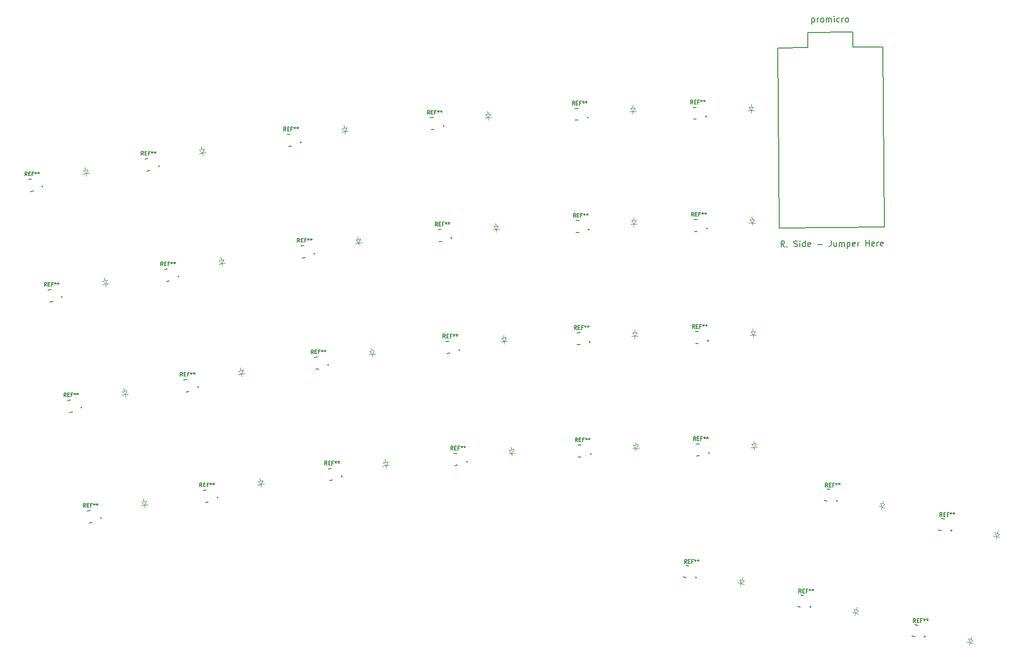
<source format=gbr>
%TF.GenerationSoftware,KiCad,Pcbnew,7.0.10-7.0.10~ubuntu22.04.1*%
%TF.CreationDate,2024-03-04T12:43:43-07:00*%
%TF.ProjectId,boardPcb,626f6172-6450-4636-922e-6b696361645f,v1.0.0*%
%TF.SameCoordinates,Original*%
%TF.FileFunction,Legend,Top*%
%TF.FilePolarity,Positive*%
%FSLAX46Y46*%
G04 Gerber Fmt 4.6, Leading zero omitted, Abs format (unit mm)*
G04 Created by KiCad (PCBNEW 7.0.10-7.0.10~ubuntu22.04.1) date 2024-03-04 12:43:43*
%MOMM*%
%LPD*%
G01*
G04 APERTURE LIST*
%ADD10C,0.150000*%
%ADD11C,0.100000*%
%ADD12C,0.127000*%
%ADD13C,0.200000*%
G04 APERTURE END LIST*
D10*
X254247588Y-196134442D02*
X254034254Y-195829680D01*
X253881873Y-196134442D02*
X253881873Y-195494442D01*
X253881873Y-195494442D02*
X254125683Y-195494442D01*
X254125683Y-195494442D02*
X254186635Y-195524918D01*
X254186635Y-195524918D02*
X254217112Y-195555394D01*
X254217112Y-195555394D02*
X254247588Y-195616346D01*
X254247588Y-195616346D02*
X254247588Y-195707775D01*
X254247588Y-195707775D02*
X254217112Y-195768727D01*
X254217112Y-195768727D02*
X254186635Y-195799204D01*
X254186635Y-195799204D02*
X254125683Y-195829680D01*
X254125683Y-195829680D02*
X253881873Y-195829680D01*
X254521873Y-195799204D02*
X254735207Y-195799204D01*
X254826635Y-196134442D02*
X254521873Y-196134442D01*
X254521873Y-196134442D02*
X254521873Y-195494442D01*
X254521873Y-195494442D02*
X254826635Y-195494442D01*
X255314255Y-195799204D02*
X255100921Y-195799204D01*
X255100921Y-196134442D02*
X255100921Y-195494442D01*
X255100921Y-195494442D02*
X255405683Y-195494442D01*
X255740921Y-195494442D02*
X255740921Y-195646823D01*
X255588540Y-195585870D02*
X255740921Y-195646823D01*
X255740921Y-195646823D02*
X255893302Y-195585870D01*
X255649492Y-195768727D02*
X255740921Y-195646823D01*
X255740921Y-195646823D02*
X255832350Y-195768727D01*
X256228540Y-195494442D02*
X256228540Y-195646823D01*
X256076159Y-195585870D02*
X256228540Y-195646823D01*
X256228540Y-195646823D02*
X256380921Y-195585870D01*
X256137111Y-195768727D02*
X256228540Y-195646823D01*
X256228540Y-195646823D02*
X256319969Y-195768727D01*
X129885992Y-162893499D02*
X129672658Y-162588737D01*
X129520277Y-162893499D02*
X129520277Y-162253499D01*
X129520277Y-162253499D02*
X129764087Y-162253499D01*
X129764087Y-162253499D02*
X129825039Y-162283975D01*
X129825039Y-162283975D02*
X129855516Y-162314451D01*
X129855516Y-162314451D02*
X129885992Y-162375403D01*
X129885992Y-162375403D02*
X129885992Y-162466832D01*
X129885992Y-162466832D02*
X129855516Y-162527784D01*
X129855516Y-162527784D02*
X129825039Y-162558261D01*
X129825039Y-162558261D02*
X129764087Y-162588737D01*
X129764087Y-162588737D02*
X129520277Y-162588737D01*
X130160277Y-162558261D02*
X130373611Y-162558261D01*
X130465039Y-162893499D02*
X130160277Y-162893499D01*
X130160277Y-162893499D02*
X130160277Y-162253499D01*
X130160277Y-162253499D02*
X130465039Y-162253499D01*
X130952659Y-162558261D02*
X130739325Y-162558261D01*
X130739325Y-162893499D02*
X130739325Y-162253499D01*
X130739325Y-162253499D02*
X131044087Y-162253499D01*
X131379325Y-162253499D02*
X131379325Y-162405880D01*
X131226944Y-162344927D02*
X131379325Y-162405880D01*
X131379325Y-162405880D02*
X131531706Y-162344927D01*
X131287896Y-162527784D02*
X131379325Y-162405880D01*
X131379325Y-162405880D02*
X131470754Y-162527784D01*
X131866944Y-162253499D02*
X131866944Y-162405880D01*
X131714563Y-162344927D02*
X131866944Y-162405880D01*
X131866944Y-162405880D02*
X132019325Y-162344927D01*
X131775515Y-162527784D02*
X131866944Y-162405880D01*
X131866944Y-162405880D02*
X131958373Y-162527784D01*
X169408803Y-136751003D02*
X169195469Y-136446241D01*
X169043088Y-136751003D02*
X169043088Y-136111003D01*
X169043088Y-136111003D02*
X169286898Y-136111003D01*
X169286898Y-136111003D02*
X169347850Y-136141479D01*
X169347850Y-136141479D02*
X169378327Y-136171955D01*
X169378327Y-136171955D02*
X169408803Y-136232907D01*
X169408803Y-136232907D02*
X169408803Y-136324336D01*
X169408803Y-136324336D02*
X169378327Y-136385288D01*
X169378327Y-136385288D02*
X169347850Y-136415765D01*
X169347850Y-136415765D02*
X169286898Y-136446241D01*
X169286898Y-136446241D02*
X169043088Y-136446241D01*
X169683088Y-136415765D02*
X169896422Y-136415765D01*
X169987850Y-136751003D02*
X169683088Y-136751003D01*
X169683088Y-136751003D02*
X169683088Y-136111003D01*
X169683088Y-136111003D02*
X169987850Y-136111003D01*
X170475470Y-136415765D02*
X170262136Y-136415765D01*
X170262136Y-136751003D02*
X170262136Y-136111003D01*
X170262136Y-136111003D02*
X170566898Y-136111003D01*
X170902136Y-136111003D02*
X170902136Y-136263384D01*
X170749755Y-136202431D02*
X170902136Y-136263384D01*
X170902136Y-136263384D02*
X171054517Y-136202431D01*
X170810707Y-136385288D02*
X170902136Y-136263384D01*
X170902136Y-136263384D02*
X170993565Y-136385288D01*
X171389755Y-136111003D02*
X171389755Y-136263384D01*
X171237374Y-136202431D02*
X171389755Y-136263384D01*
X171389755Y-136263384D02*
X171542136Y-136202431D01*
X171298326Y-136385288D02*
X171389755Y-136263384D01*
X171389755Y-136263384D02*
X171481184Y-136385288D01*
X152881462Y-178131883D02*
X152668128Y-177827121D01*
X152515747Y-178131883D02*
X152515747Y-177491883D01*
X152515747Y-177491883D02*
X152759557Y-177491883D01*
X152759557Y-177491883D02*
X152820509Y-177522359D01*
X152820509Y-177522359D02*
X152850986Y-177552835D01*
X152850986Y-177552835D02*
X152881462Y-177613787D01*
X152881462Y-177613787D02*
X152881462Y-177705216D01*
X152881462Y-177705216D02*
X152850986Y-177766168D01*
X152850986Y-177766168D02*
X152820509Y-177796645D01*
X152820509Y-177796645D02*
X152759557Y-177827121D01*
X152759557Y-177827121D02*
X152515747Y-177827121D01*
X153155747Y-177796645D02*
X153369081Y-177796645D01*
X153460509Y-178131883D02*
X153155747Y-178131883D01*
X153155747Y-178131883D02*
X153155747Y-177491883D01*
X153155747Y-177491883D02*
X153460509Y-177491883D01*
X153948129Y-177796645D02*
X153734795Y-177796645D01*
X153734795Y-178131883D02*
X153734795Y-177491883D01*
X153734795Y-177491883D02*
X154039557Y-177491883D01*
X154374795Y-177491883D02*
X154374795Y-177644264D01*
X154222414Y-177583311D02*
X154374795Y-177644264D01*
X154374795Y-177644264D02*
X154527176Y-177583311D01*
X154283366Y-177766168D02*
X154374795Y-177644264D01*
X154374795Y-177644264D02*
X154466224Y-177766168D01*
X154862414Y-177491883D02*
X154862414Y-177644264D01*
X154710033Y-177583311D02*
X154862414Y-177644264D01*
X154862414Y-177644264D02*
X155014795Y-177583311D01*
X154770985Y-177766168D02*
X154862414Y-177644264D01*
X154862414Y-177644264D02*
X154953843Y-177766168D01*
X215924545Y-113511038D02*
X215711211Y-113206276D01*
X215558830Y-113511038D02*
X215558830Y-112871038D01*
X215558830Y-112871038D02*
X215802640Y-112871038D01*
X215802640Y-112871038D02*
X215863592Y-112901514D01*
X215863592Y-112901514D02*
X215894069Y-112931990D01*
X215894069Y-112931990D02*
X215924545Y-112992942D01*
X215924545Y-112992942D02*
X215924545Y-113084371D01*
X215924545Y-113084371D02*
X215894069Y-113145323D01*
X215894069Y-113145323D02*
X215863592Y-113175800D01*
X215863592Y-113175800D02*
X215802640Y-113206276D01*
X215802640Y-113206276D02*
X215558830Y-113206276D01*
X216198830Y-113175800D02*
X216412164Y-113175800D01*
X216503592Y-113511038D02*
X216198830Y-113511038D01*
X216198830Y-113511038D02*
X216198830Y-112871038D01*
X216198830Y-112871038D02*
X216503592Y-112871038D01*
X216991212Y-113175800D02*
X216777878Y-113175800D01*
X216777878Y-113511038D02*
X216777878Y-112871038D01*
X216777878Y-112871038D02*
X217082640Y-112871038D01*
X217417878Y-112871038D02*
X217417878Y-113023419D01*
X217265497Y-112962466D02*
X217417878Y-113023419D01*
X217417878Y-113023419D02*
X217570259Y-112962466D01*
X217326449Y-113145323D02*
X217417878Y-113023419D01*
X217417878Y-113023419D02*
X217509307Y-113145323D01*
X217905497Y-112871038D02*
X217905497Y-113023419D01*
X217753116Y-112962466D02*
X217905497Y-113023419D01*
X217905497Y-113023419D02*
X218057878Y-112962466D01*
X217814068Y-113145323D02*
X217905497Y-113023419D01*
X217905497Y-113023419D02*
X217996926Y-113145323D01*
X216256153Y-151509591D02*
X216042819Y-151204829D01*
X215890438Y-151509591D02*
X215890438Y-150869591D01*
X215890438Y-150869591D02*
X216134248Y-150869591D01*
X216134248Y-150869591D02*
X216195200Y-150900067D01*
X216195200Y-150900067D02*
X216225677Y-150930543D01*
X216225677Y-150930543D02*
X216256153Y-150991495D01*
X216256153Y-150991495D02*
X216256153Y-151082924D01*
X216256153Y-151082924D02*
X216225677Y-151143876D01*
X216225677Y-151143876D02*
X216195200Y-151174353D01*
X216195200Y-151174353D02*
X216134248Y-151204829D01*
X216134248Y-151204829D02*
X215890438Y-151204829D01*
X216530438Y-151174353D02*
X216743772Y-151174353D01*
X216835200Y-151509591D02*
X216530438Y-151509591D01*
X216530438Y-151509591D02*
X216530438Y-150869591D01*
X216530438Y-150869591D02*
X216835200Y-150869591D01*
X217322820Y-151174353D02*
X217109486Y-151174353D01*
X217109486Y-151509591D02*
X217109486Y-150869591D01*
X217109486Y-150869591D02*
X217414248Y-150869591D01*
X217749486Y-150869591D02*
X217749486Y-151021972D01*
X217597105Y-150961019D02*
X217749486Y-151021972D01*
X217749486Y-151021972D02*
X217901867Y-150961019D01*
X217658057Y-151143876D02*
X217749486Y-151021972D01*
X217749486Y-151021972D02*
X217840915Y-151143876D01*
X218237105Y-150869591D02*
X218237105Y-151021972D01*
X218084724Y-150961019D02*
X218237105Y-151021972D01*
X218237105Y-151021972D02*
X218389486Y-150961019D01*
X218145676Y-151143876D02*
X218237105Y-151021972D01*
X218237105Y-151021972D02*
X218328534Y-151143876D01*
X123287361Y-125470805D02*
X123074027Y-125166043D01*
X122921646Y-125470805D02*
X122921646Y-124830805D01*
X122921646Y-124830805D02*
X123165456Y-124830805D01*
X123165456Y-124830805D02*
X123226408Y-124861281D01*
X123226408Y-124861281D02*
X123256885Y-124891757D01*
X123256885Y-124891757D02*
X123287361Y-124952709D01*
X123287361Y-124952709D02*
X123287361Y-125044138D01*
X123287361Y-125044138D02*
X123256885Y-125105090D01*
X123256885Y-125105090D02*
X123226408Y-125135567D01*
X123226408Y-125135567D02*
X123165456Y-125166043D01*
X123165456Y-125166043D02*
X122921646Y-125166043D01*
X123561646Y-125135567D02*
X123774980Y-125135567D01*
X123866408Y-125470805D02*
X123561646Y-125470805D01*
X123561646Y-125470805D02*
X123561646Y-124830805D01*
X123561646Y-124830805D02*
X123866408Y-124830805D01*
X124354028Y-125135567D02*
X124140694Y-125135567D01*
X124140694Y-125470805D02*
X124140694Y-124830805D01*
X124140694Y-124830805D02*
X124445456Y-124830805D01*
X124780694Y-124830805D02*
X124780694Y-124983186D01*
X124628313Y-124922233D02*
X124780694Y-124983186D01*
X124780694Y-124983186D02*
X124933075Y-124922233D01*
X124689265Y-125105090D02*
X124780694Y-124983186D01*
X124780694Y-124983186D02*
X124872123Y-125105090D01*
X125268313Y-124830805D02*
X125268313Y-124983186D01*
X125115932Y-124922233D02*
X125268313Y-124983186D01*
X125268313Y-124983186D02*
X125420694Y-124922233D01*
X125176884Y-125105090D02*
X125268313Y-124983186D01*
X125268313Y-124983186D02*
X125359742Y-125105090D01*
X191384863Y-115054845D02*
X191171529Y-114750083D01*
X191019148Y-115054845D02*
X191019148Y-114414845D01*
X191019148Y-114414845D02*
X191262958Y-114414845D01*
X191262958Y-114414845D02*
X191323910Y-114445321D01*
X191323910Y-114445321D02*
X191354387Y-114475797D01*
X191354387Y-114475797D02*
X191384863Y-114536749D01*
X191384863Y-114536749D02*
X191384863Y-114628178D01*
X191384863Y-114628178D02*
X191354387Y-114689130D01*
X191354387Y-114689130D02*
X191323910Y-114719607D01*
X191323910Y-114719607D02*
X191262958Y-114750083D01*
X191262958Y-114750083D02*
X191019148Y-114750083D01*
X191659148Y-114719607D02*
X191872482Y-114719607D01*
X191963910Y-115054845D02*
X191659148Y-115054845D01*
X191659148Y-115054845D02*
X191659148Y-114414845D01*
X191659148Y-114414845D02*
X191963910Y-114414845D01*
X192451530Y-114719607D02*
X192238196Y-114719607D01*
X192238196Y-115054845D02*
X192238196Y-114414845D01*
X192238196Y-114414845D02*
X192542958Y-114414845D01*
X192878196Y-114414845D02*
X192878196Y-114567226D01*
X192725815Y-114506273D02*
X192878196Y-114567226D01*
X192878196Y-114567226D02*
X193030577Y-114506273D01*
X192786767Y-114689130D02*
X192878196Y-114567226D01*
X192878196Y-114567226D02*
X192969625Y-114689130D01*
X193365815Y-114414845D02*
X193365815Y-114567226D01*
X193213434Y-114506273D02*
X193365815Y-114567226D01*
X193365815Y-114567226D02*
X193518196Y-114506273D01*
X193274386Y-114689130D02*
X193365815Y-114567226D01*
X193365815Y-114567226D02*
X193457244Y-114689130D01*
X258738462Y-178177006D02*
X258525128Y-177872244D01*
X258372747Y-178177006D02*
X258372747Y-177537006D01*
X258372747Y-177537006D02*
X258616557Y-177537006D01*
X258616557Y-177537006D02*
X258677509Y-177567482D01*
X258677509Y-177567482D02*
X258707986Y-177597958D01*
X258707986Y-177597958D02*
X258738462Y-177658910D01*
X258738462Y-177658910D02*
X258738462Y-177750339D01*
X258738462Y-177750339D02*
X258707986Y-177811291D01*
X258707986Y-177811291D02*
X258677509Y-177841768D01*
X258677509Y-177841768D02*
X258616557Y-177872244D01*
X258616557Y-177872244D02*
X258372747Y-177872244D01*
X259012747Y-177841768D02*
X259226081Y-177841768D01*
X259317509Y-178177006D02*
X259012747Y-178177006D01*
X259012747Y-178177006D02*
X259012747Y-177537006D01*
X259012747Y-177537006D02*
X259317509Y-177537006D01*
X259805129Y-177841768D02*
X259591795Y-177841768D01*
X259591795Y-178177006D02*
X259591795Y-177537006D01*
X259591795Y-177537006D02*
X259896557Y-177537006D01*
X260231795Y-177537006D02*
X260231795Y-177689387D01*
X260079414Y-177628434D02*
X260231795Y-177689387D01*
X260231795Y-177689387D02*
X260384176Y-177628434D01*
X260140366Y-177811291D02*
X260231795Y-177689387D01*
X260231795Y-177689387D02*
X260323224Y-177811291D01*
X260719414Y-177537006D02*
X260719414Y-177689387D01*
X260567033Y-177628434D02*
X260719414Y-177689387D01*
X260719414Y-177689387D02*
X260871795Y-177628434D01*
X260627985Y-177811291D02*
X260719414Y-177689387D01*
X260719414Y-177689387D02*
X260810843Y-177811291D01*
X126586676Y-144182152D02*
X126373342Y-143877390D01*
X126220961Y-144182152D02*
X126220961Y-143542152D01*
X126220961Y-143542152D02*
X126464771Y-143542152D01*
X126464771Y-143542152D02*
X126525723Y-143572628D01*
X126525723Y-143572628D02*
X126556200Y-143603104D01*
X126556200Y-143603104D02*
X126586676Y-143664056D01*
X126586676Y-143664056D02*
X126586676Y-143755485D01*
X126586676Y-143755485D02*
X126556200Y-143816437D01*
X126556200Y-143816437D02*
X126525723Y-143846914D01*
X126525723Y-143846914D02*
X126464771Y-143877390D01*
X126464771Y-143877390D02*
X126220961Y-143877390D01*
X126860961Y-143846914D02*
X127074295Y-143846914D01*
X127165723Y-144182152D02*
X126860961Y-144182152D01*
X126860961Y-144182152D02*
X126860961Y-143542152D01*
X126860961Y-143542152D02*
X127165723Y-143542152D01*
X127653343Y-143846914D02*
X127440009Y-143846914D01*
X127440009Y-144182152D02*
X127440009Y-143542152D01*
X127440009Y-143542152D02*
X127744771Y-143542152D01*
X128080009Y-143542152D02*
X128080009Y-143694533D01*
X127927628Y-143633580D02*
X128080009Y-143694533D01*
X128080009Y-143694533D02*
X128232390Y-143633580D01*
X127988580Y-143816437D02*
X128080009Y-143694533D01*
X128080009Y-143694533D02*
X128171438Y-143816437D01*
X128567628Y-143542152D02*
X128567628Y-143694533D01*
X128415247Y-143633580D02*
X128567628Y-143694533D01*
X128567628Y-143694533D02*
X128720009Y-143633580D01*
X128476199Y-143816437D02*
X128567628Y-143694533D01*
X128567628Y-143694533D02*
X128659057Y-143816437D01*
X216090349Y-132510314D02*
X215877015Y-132205552D01*
X215724634Y-132510314D02*
X215724634Y-131870314D01*
X215724634Y-131870314D02*
X215968444Y-131870314D01*
X215968444Y-131870314D02*
X216029396Y-131900790D01*
X216029396Y-131900790D02*
X216059873Y-131931266D01*
X216059873Y-131931266D02*
X216090349Y-131992218D01*
X216090349Y-131992218D02*
X216090349Y-132083647D01*
X216090349Y-132083647D02*
X216059873Y-132144599D01*
X216059873Y-132144599D02*
X216029396Y-132175076D01*
X216029396Y-132175076D02*
X215968444Y-132205552D01*
X215968444Y-132205552D02*
X215724634Y-132205552D01*
X216364634Y-132175076D02*
X216577968Y-132175076D01*
X216669396Y-132510314D02*
X216364634Y-132510314D01*
X216364634Y-132510314D02*
X216364634Y-131870314D01*
X216364634Y-131870314D02*
X216669396Y-131870314D01*
X217157016Y-132175076D02*
X216943682Y-132175076D01*
X216943682Y-132510314D02*
X216943682Y-131870314D01*
X216943682Y-131870314D02*
X217248444Y-131870314D01*
X217583682Y-131870314D02*
X217583682Y-132022695D01*
X217431301Y-131961742D02*
X217583682Y-132022695D01*
X217583682Y-132022695D02*
X217736063Y-131961742D01*
X217492253Y-132144599D02*
X217583682Y-132022695D01*
X217583682Y-132022695D02*
X217675111Y-132144599D01*
X218071301Y-131870314D02*
X218071301Y-132022695D01*
X217918920Y-131961742D02*
X218071301Y-132022695D01*
X218071301Y-132022695D02*
X218223682Y-131961742D01*
X217979872Y-132144599D02*
X218071301Y-132022695D01*
X218071301Y-132022695D02*
X218162730Y-132144599D01*
X149582147Y-159420536D02*
X149368813Y-159115774D01*
X149216432Y-159420536D02*
X149216432Y-158780536D01*
X149216432Y-158780536D02*
X149460242Y-158780536D01*
X149460242Y-158780536D02*
X149521194Y-158811012D01*
X149521194Y-158811012D02*
X149551671Y-158841488D01*
X149551671Y-158841488D02*
X149582147Y-158902440D01*
X149582147Y-158902440D02*
X149582147Y-158993869D01*
X149582147Y-158993869D02*
X149551671Y-159054821D01*
X149551671Y-159054821D02*
X149521194Y-159085298D01*
X149521194Y-159085298D02*
X149460242Y-159115774D01*
X149460242Y-159115774D02*
X149216432Y-159115774D01*
X149856432Y-159085298D02*
X150069766Y-159085298D01*
X150161194Y-159420536D02*
X149856432Y-159420536D01*
X149856432Y-159420536D02*
X149856432Y-158780536D01*
X149856432Y-158780536D02*
X150161194Y-158780536D01*
X150648814Y-159085298D02*
X150435480Y-159085298D01*
X150435480Y-159420536D02*
X150435480Y-158780536D01*
X150435480Y-158780536D02*
X150740242Y-158780536D01*
X151075480Y-158780536D02*
X151075480Y-158932917D01*
X150923099Y-158871964D02*
X151075480Y-158932917D01*
X151075480Y-158932917D02*
X151227861Y-158871964D01*
X150984051Y-159054821D02*
X151075480Y-158932917D01*
X151075480Y-158932917D02*
X151166909Y-159054821D01*
X151563099Y-158780536D02*
X151563099Y-158932917D01*
X151410718Y-158871964D02*
X151563099Y-158932917D01*
X151563099Y-158932917D02*
X151715480Y-158871964D01*
X151471670Y-159054821D02*
X151563099Y-158932917D01*
X151563099Y-158932917D02*
X151654528Y-159054821D01*
X142983516Y-121997841D02*
X142770182Y-121693079D01*
X142617801Y-121997841D02*
X142617801Y-121357841D01*
X142617801Y-121357841D02*
X142861611Y-121357841D01*
X142861611Y-121357841D02*
X142922563Y-121388317D01*
X142922563Y-121388317D02*
X142953040Y-121418793D01*
X142953040Y-121418793D02*
X142983516Y-121479745D01*
X142983516Y-121479745D02*
X142983516Y-121571174D01*
X142983516Y-121571174D02*
X142953040Y-121632126D01*
X142953040Y-121632126D02*
X142922563Y-121662603D01*
X142922563Y-121662603D02*
X142861611Y-121693079D01*
X142861611Y-121693079D02*
X142617801Y-121693079D01*
X143257801Y-121662603D02*
X143471135Y-121662603D01*
X143562563Y-121997841D02*
X143257801Y-121997841D01*
X143257801Y-121997841D02*
X143257801Y-121357841D01*
X143257801Y-121357841D02*
X143562563Y-121357841D01*
X144050183Y-121662603D02*
X143836849Y-121662603D01*
X143836849Y-121997841D02*
X143836849Y-121357841D01*
X143836849Y-121357841D02*
X144141611Y-121357841D01*
X144476849Y-121357841D02*
X144476849Y-121510222D01*
X144324468Y-121449269D02*
X144476849Y-121510222D01*
X144476849Y-121510222D02*
X144629230Y-121449269D01*
X144385420Y-121632126D02*
X144476849Y-121510222D01*
X144476849Y-121510222D02*
X144568278Y-121632126D01*
X144964468Y-121357841D02*
X144964468Y-121510222D01*
X144812087Y-121449269D02*
X144964468Y-121510222D01*
X144964468Y-121510222D02*
X145116849Y-121449269D01*
X144873039Y-121632126D02*
X144964468Y-121510222D01*
X144964468Y-121510222D02*
X145055897Y-121632126D01*
X234884635Y-191126842D02*
X234671301Y-190822080D01*
X234518920Y-191126842D02*
X234518920Y-190486842D01*
X234518920Y-190486842D02*
X234762730Y-190486842D01*
X234762730Y-190486842D02*
X234823682Y-190517318D01*
X234823682Y-190517318D02*
X234854159Y-190547794D01*
X234854159Y-190547794D02*
X234884635Y-190608746D01*
X234884635Y-190608746D02*
X234884635Y-190700175D01*
X234884635Y-190700175D02*
X234854159Y-190761127D01*
X234854159Y-190761127D02*
X234823682Y-190791604D01*
X234823682Y-190791604D02*
X234762730Y-190822080D01*
X234762730Y-190822080D02*
X234518920Y-190822080D01*
X235158920Y-190791604D02*
X235372254Y-190791604D01*
X235463682Y-191126842D02*
X235158920Y-191126842D01*
X235158920Y-191126842D02*
X235158920Y-190486842D01*
X235158920Y-190486842D02*
X235463682Y-190486842D01*
X235951302Y-190791604D02*
X235737968Y-190791604D01*
X235737968Y-191126842D02*
X235737968Y-190486842D01*
X235737968Y-190486842D02*
X236042730Y-190486842D01*
X236377968Y-190486842D02*
X236377968Y-190639223D01*
X236225587Y-190578270D02*
X236377968Y-190639223D01*
X236377968Y-190639223D02*
X236530349Y-190578270D01*
X236286539Y-190761127D02*
X236377968Y-190639223D01*
X236377968Y-190639223D02*
X236469397Y-190761127D01*
X236865587Y-190486842D02*
X236865587Y-190639223D01*
X236713206Y-190578270D02*
X236865587Y-190639223D01*
X236865587Y-190639223D02*
X237017968Y-190578270D01*
X236774158Y-190761127D02*
X236865587Y-190639223D01*
X236865587Y-190639223D02*
X236957016Y-190761127D01*
X133185307Y-181604847D02*
X132971973Y-181300085D01*
X132819592Y-181604847D02*
X132819592Y-180964847D01*
X132819592Y-180964847D02*
X133063402Y-180964847D01*
X133063402Y-180964847D02*
X133124354Y-180995323D01*
X133124354Y-180995323D02*
X133154831Y-181025799D01*
X133154831Y-181025799D02*
X133185307Y-181086751D01*
X133185307Y-181086751D02*
X133185307Y-181178180D01*
X133185307Y-181178180D02*
X133154831Y-181239132D01*
X133154831Y-181239132D02*
X133124354Y-181269609D01*
X133124354Y-181269609D02*
X133063402Y-181300085D01*
X133063402Y-181300085D02*
X132819592Y-181300085D01*
X133459592Y-181269609D02*
X133672926Y-181269609D01*
X133764354Y-181604847D02*
X133459592Y-181604847D01*
X133459592Y-181604847D02*
X133459592Y-180964847D01*
X133459592Y-180964847D02*
X133764354Y-180964847D01*
X134251974Y-181269609D02*
X134038640Y-181269609D01*
X134038640Y-181604847D02*
X134038640Y-180964847D01*
X134038640Y-180964847D02*
X134343402Y-180964847D01*
X134678640Y-180964847D02*
X134678640Y-181117228D01*
X134526259Y-181056275D02*
X134678640Y-181117228D01*
X134678640Y-181117228D02*
X134831021Y-181056275D01*
X134587211Y-181239132D02*
X134678640Y-181117228D01*
X134678640Y-181117228D02*
X134770069Y-181239132D01*
X135166259Y-180964847D02*
X135166259Y-181117228D01*
X135013878Y-181056275D02*
X135166259Y-181117228D01*
X135166259Y-181117228D02*
X135318640Y-181056275D01*
X135074830Y-181239132D02*
X135166259Y-181117228D01*
X135166259Y-181117228D02*
X135257688Y-181239132D01*
X236421196Y-170334336D02*
X236207862Y-170029574D01*
X236055481Y-170334336D02*
X236055481Y-169694336D01*
X236055481Y-169694336D02*
X236299291Y-169694336D01*
X236299291Y-169694336D02*
X236360243Y-169724812D01*
X236360243Y-169724812D02*
X236390720Y-169755288D01*
X236390720Y-169755288D02*
X236421196Y-169816240D01*
X236421196Y-169816240D02*
X236421196Y-169907669D01*
X236421196Y-169907669D02*
X236390720Y-169968621D01*
X236390720Y-169968621D02*
X236360243Y-169999098D01*
X236360243Y-169999098D02*
X236299291Y-170029574D01*
X236299291Y-170029574D02*
X236055481Y-170029574D01*
X236695481Y-169999098D02*
X236908815Y-169999098D01*
X237000243Y-170334336D02*
X236695481Y-170334336D01*
X236695481Y-170334336D02*
X236695481Y-169694336D01*
X236695481Y-169694336D02*
X237000243Y-169694336D01*
X237487863Y-169999098D02*
X237274529Y-169999098D01*
X237274529Y-170334336D02*
X237274529Y-169694336D01*
X237274529Y-169694336D02*
X237579291Y-169694336D01*
X237914529Y-169694336D02*
X237914529Y-169846717D01*
X237762148Y-169785764D02*
X237914529Y-169846717D01*
X237914529Y-169846717D02*
X238066910Y-169785764D01*
X237823100Y-169968621D02*
X237914529Y-169846717D01*
X237914529Y-169846717D02*
X238005958Y-169968621D01*
X238402148Y-169694336D02*
X238402148Y-169846717D01*
X238249767Y-169785764D02*
X238402148Y-169846717D01*
X238402148Y-169846717D02*
X238554529Y-169785764D01*
X238310719Y-169968621D02*
X238402148Y-169846717D01*
X238402148Y-169846717D02*
X238493577Y-169968621D01*
X192710236Y-134008562D02*
X192496902Y-133703800D01*
X192344521Y-134008562D02*
X192344521Y-133368562D01*
X192344521Y-133368562D02*
X192588331Y-133368562D01*
X192588331Y-133368562D02*
X192649283Y-133399038D01*
X192649283Y-133399038D02*
X192679760Y-133429514D01*
X192679760Y-133429514D02*
X192710236Y-133490466D01*
X192710236Y-133490466D02*
X192710236Y-133581895D01*
X192710236Y-133581895D02*
X192679760Y-133642847D01*
X192679760Y-133642847D02*
X192649283Y-133673324D01*
X192649283Y-133673324D02*
X192588331Y-133703800D01*
X192588331Y-133703800D02*
X192344521Y-133703800D01*
X192984521Y-133673324D02*
X193197855Y-133673324D01*
X193289283Y-134008562D02*
X192984521Y-134008562D01*
X192984521Y-134008562D02*
X192984521Y-133368562D01*
X192984521Y-133368562D02*
X193289283Y-133368562D01*
X193776903Y-133673324D02*
X193563569Y-133673324D01*
X193563569Y-134008562D02*
X193563569Y-133368562D01*
X193563569Y-133368562D02*
X193868331Y-133368562D01*
X194203569Y-133368562D02*
X194203569Y-133520943D01*
X194051188Y-133459990D02*
X194203569Y-133520943D01*
X194203569Y-133520943D02*
X194355950Y-133459990D01*
X194112140Y-133642847D02*
X194203569Y-133520943D01*
X194203569Y-133520943D02*
X194294998Y-133642847D01*
X194691188Y-133368562D02*
X194691188Y-133520943D01*
X194538807Y-133459990D02*
X194691188Y-133520943D01*
X194691188Y-133520943D02*
X194843569Y-133459990D01*
X194599759Y-133642847D02*
X194691188Y-133520943D01*
X194691188Y-133520943D02*
X194782617Y-133642847D01*
X146282831Y-140709188D02*
X146069497Y-140404426D01*
X145917116Y-140709188D02*
X145917116Y-140069188D01*
X145917116Y-140069188D02*
X146160926Y-140069188D01*
X146160926Y-140069188D02*
X146221878Y-140099664D01*
X146221878Y-140099664D02*
X146252355Y-140130140D01*
X146252355Y-140130140D02*
X146282831Y-140191092D01*
X146282831Y-140191092D02*
X146282831Y-140282521D01*
X146282831Y-140282521D02*
X146252355Y-140343473D01*
X146252355Y-140343473D02*
X146221878Y-140373950D01*
X146221878Y-140373950D02*
X146160926Y-140404426D01*
X146160926Y-140404426D02*
X145917116Y-140404426D01*
X146557116Y-140373950D02*
X146770450Y-140373950D01*
X146861878Y-140709188D02*
X146557116Y-140709188D01*
X146557116Y-140709188D02*
X146557116Y-140069188D01*
X146557116Y-140069188D02*
X146861878Y-140069188D01*
X147349498Y-140373950D02*
X147136164Y-140373950D01*
X147136164Y-140709188D02*
X147136164Y-140069188D01*
X147136164Y-140069188D02*
X147440926Y-140069188D01*
X147776164Y-140069188D02*
X147776164Y-140221569D01*
X147623783Y-140160616D02*
X147776164Y-140221569D01*
X147776164Y-140221569D02*
X147928545Y-140160616D01*
X147684735Y-140343473D02*
X147776164Y-140221569D01*
X147776164Y-140221569D02*
X147867593Y-140343473D01*
X148263783Y-140069188D02*
X148263783Y-140221569D01*
X148111402Y-140160616D02*
X148263783Y-140221569D01*
X148263783Y-140221569D02*
X148416164Y-140160616D01*
X148172354Y-140343473D02*
X148263783Y-140221569D01*
X148263783Y-140221569D02*
X148355212Y-140343473D01*
X171724320Y-155609380D02*
X171510986Y-155304618D01*
X171358605Y-155609380D02*
X171358605Y-154969380D01*
X171358605Y-154969380D02*
X171602415Y-154969380D01*
X171602415Y-154969380D02*
X171663367Y-154999856D01*
X171663367Y-154999856D02*
X171693844Y-155030332D01*
X171693844Y-155030332D02*
X171724320Y-155091284D01*
X171724320Y-155091284D02*
X171724320Y-155182713D01*
X171724320Y-155182713D02*
X171693844Y-155243665D01*
X171693844Y-155243665D02*
X171663367Y-155274142D01*
X171663367Y-155274142D02*
X171602415Y-155304618D01*
X171602415Y-155304618D02*
X171358605Y-155304618D01*
X171998605Y-155274142D02*
X172211939Y-155274142D01*
X172303367Y-155609380D02*
X171998605Y-155609380D01*
X171998605Y-155609380D02*
X171998605Y-154969380D01*
X171998605Y-154969380D02*
X172303367Y-154969380D01*
X172790987Y-155274142D02*
X172577653Y-155274142D01*
X172577653Y-155609380D02*
X172577653Y-154969380D01*
X172577653Y-154969380D02*
X172882415Y-154969380D01*
X173217653Y-154969380D02*
X173217653Y-155121761D01*
X173065272Y-155060808D02*
X173217653Y-155121761D01*
X173217653Y-155121761D02*
X173370034Y-155060808D01*
X173126224Y-155243665D02*
X173217653Y-155121761D01*
X173217653Y-155121761D02*
X173309082Y-155243665D01*
X173705272Y-154969380D02*
X173705272Y-155121761D01*
X173552891Y-155060808D02*
X173705272Y-155121761D01*
X173705272Y-155121761D02*
X173857653Y-155060808D01*
X173613843Y-155243665D02*
X173705272Y-155121761D01*
X173705272Y-155121761D02*
X173796701Y-155243665D01*
X256065345Y-98829993D02*
X256074072Y-99829955D01*
X256065761Y-98877610D02*
X256160579Y-98829162D01*
X256160579Y-98829162D02*
X256351048Y-98827500D01*
X256351048Y-98827500D02*
X256446698Y-98874286D01*
X256446698Y-98874286D02*
X256494731Y-98921487D01*
X256494731Y-98921487D02*
X256543180Y-99016306D01*
X256543180Y-99016306D02*
X256545673Y-99302010D01*
X256545673Y-99302010D02*
X256498887Y-99397660D01*
X256498887Y-99397660D02*
X256451685Y-99445693D01*
X256451685Y-99445693D02*
X256356866Y-99494141D01*
X256356866Y-99494141D02*
X256166397Y-99495803D01*
X256166397Y-99495803D02*
X256070747Y-99449017D01*
X256975890Y-99488739D02*
X256970073Y-98822097D01*
X256971735Y-99012566D02*
X257018521Y-98916916D01*
X257018521Y-98916916D02*
X257065723Y-98868884D01*
X257065723Y-98868884D02*
X257160541Y-98820435D01*
X257160541Y-98820435D02*
X257255776Y-98819604D01*
X257737766Y-99482090D02*
X257642116Y-99435304D01*
X257642116Y-99435304D02*
X257594084Y-99388102D01*
X257594084Y-99388102D02*
X257545635Y-99293283D01*
X257545635Y-99293283D02*
X257543142Y-99007580D01*
X257543142Y-99007580D02*
X257589928Y-98911930D01*
X257589928Y-98911930D02*
X257637130Y-98863897D01*
X257637130Y-98863897D02*
X257731949Y-98815449D01*
X257731949Y-98815449D02*
X257874800Y-98814202D01*
X257874800Y-98814202D02*
X257970450Y-98860988D01*
X257970450Y-98860988D02*
X258018483Y-98908190D01*
X258018483Y-98908190D02*
X258066932Y-99003009D01*
X258066932Y-99003009D02*
X258069425Y-99288712D01*
X258069425Y-99288712D02*
X258022639Y-99384362D01*
X258022639Y-99384362D02*
X257975437Y-99432395D01*
X257975437Y-99432395D02*
X257880618Y-99480843D01*
X257880618Y-99480843D02*
X257737766Y-99482090D01*
X258499642Y-99475441D02*
X258493825Y-98808800D01*
X258494656Y-98904034D02*
X258541857Y-98856002D01*
X258541857Y-98856002D02*
X258636676Y-98807553D01*
X258636676Y-98807553D02*
X258779528Y-98806307D01*
X258779528Y-98806307D02*
X258875178Y-98853093D01*
X258875178Y-98853093D02*
X258923626Y-98947912D01*
X258923626Y-98947912D02*
X258928197Y-99471701D01*
X258923626Y-98947912D02*
X258970412Y-98852262D01*
X258970412Y-98852262D02*
X259065231Y-98803813D01*
X259065231Y-98803813D02*
X259208083Y-98802567D01*
X259208083Y-98802567D02*
X259303733Y-98849353D01*
X259303733Y-98849353D02*
X259352181Y-98944172D01*
X259352181Y-98944172D02*
X259356752Y-99467961D01*
X259832924Y-99463806D02*
X259827107Y-98797164D01*
X259824198Y-98463844D02*
X259776996Y-98511877D01*
X259776996Y-98511877D02*
X259825029Y-98559078D01*
X259825029Y-98559078D02*
X259872231Y-98511046D01*
X259872231Y-98511046D02*
X259824198Y-98463844D01*
X259824198Y-98463844D02*
X259825029Y-98559078D01*
X260737236Y-99408293D02*
X260642417Y-99456741D01*
X260642417Y-99456741D02*
X260451948Y-99458404D01*
X260451948Y-99458404D02*
X260356298Y-99411617D01*
X260356298Y-99411617D02*
X260308265Y-99364416D01*
X260308265Y-99364416D02*
X260259817Y-99269597D01*
X260259817Y-99269597D02*
X260257324Y-98983893D01*
X260257324Y-98983893D02*
X260304110Y-98888243D01*
X260304110Y-98888243D02*
X260351311Y-98840211D01*
X260351311Y-98840211D02*
X260446130Y-98791762D01*
X260446130Y-98791762D02*
X260636599Y-98790100D01*
X260636599Y-98790100D02*
X260732249Y-98836886D01*
X261166207Y-99452170D02*
X261160389Y-98785529D01*
X261162051Y-98975998D02*
X261208837Y-98880348D01*
X261208837Y-98880348D02*
X261256039Y-98832315D01*
X261256039Y-98832315D02*
X261350858Y-98783867D01*
X261350858Y-98783867D02*
X261446092Y-98783036D01*
X261928083Y-99445522D02*
X261832433Y-99398735D01*
X261832433Y-99398735D02*
X261784400Y-99351534D01*
X261784400Y-99351534D02*
X261735952Y-99256715D01*
X261735952Y-99256715D02*
X261733458Y-98971011D01*
X261733458Y-98971011D02*
X261780245Y-98875361D01*
X261780245Y-98875361D02*
X261827446Y-98827329D01*
X261827446Y-98827329D02*
X261922265Y-98778880D01*
X261922265Y-98778880D02*
X262065117Y-98777634D01*
X262065117Y-98777634D02*
X262160767Y-98824420D01*
X262160767Y-98824420D02*
X262208800Y-98871621D01*
X262208800Y-98871621D02*
X262257248Y-98966440D01*
X262257248Y-98966440D02*
X262259741Y-99252144D01*
X262259741Y-99252144D02*
X262212955Y-99347794D01*
X262212955Y-99347794D02*
X262165753Y-99395827D01*
X262165753Y-99395827D02*
X262070935Y-99444275D01*
X262070935Y-99444275D02*
X261928083Y-99445522D01*
X251426771Y-137538612D02*
X251089295Y-137065349D01*
X250855364Y-137543599D02*
X250846637Y-136543637D01*
X250846637Y-136543637D02*
X251227575Y-136540312D01*
X251227575Y-136540312D02*
X251323225Y-136587098D01*
X251323225Y-136587098D02*
X251371258Y-136634300D01*
X251371258Y-136634300D02*
X251419706Y-136729119D01*
X251419706Y-136729119D02*
X251420953Y-136871971D01*
X251420953Y-136871971D02*
X251374167Y-136967621D01*
X251374167Y-136967621D02*
X251326965Y-137015654D01*
X251326965Y-137015654D02*
X251232146Y-137064102D01*
X251232146Y-137064102D02*
X250851208Y-137067426D01*
X251854495Y-137439638D02*
X251902528Y-137486839D01*
X251902528Y-137486839D02*
X251855326Y-137534872D01*
X251855326Y-137534872D02*
X251807293Y-137487670D01*
X251807293Y-137487670D02*
X251854495Y-137439638D01*
X251854495Y-137439638D02*
X251855326Y-137534872D01*
X253045341Y-137476866D02*
X253188608Y-137523237D01*
X253188608Y-137523237D02*
X253426694Y-137521159D01*
X253426694Y-137521159D02*
X253521513Y-137472711D01*
X253521513Y-137472711D02*
X253568715Y-137424678D01*
X253568715Y-137424678D02*
X253615501Y-137329028D01*
X253615501Y-137329028D02*
X253614670Y-137233793D01*
X253614670Y-137233793D02*
X253566222Y-137138974D01*
X253566222Y-137138974D02*
X253518189Y-137091773D01*
X253518189Y-137091773D02*
X253422539Y-137044987D01*
X253422539Y-137044987D02*
X253231654Y-136999032D01*
X253231654Y-136999032D02*
X253136004Y-136952245D01*
X253136004Y-136952245D02*
X253087972Y-136905044D01*
X253087972Y-136905044D02*
X253039523Y-136810225D01*
X253039523Y-136810225D02*
X253038692Y-136714990D01*
X253038692Y-136714990D02*
X253085478Y-136619340D01*
X253085478Y-136619340D02*
X253132680Y-136571308D01*
X253132680Y-136571308D02*
X253227499Y-136522859D01*
X253227499Y-136522859D02*
X253465585Y-136520782D01*
X253465585Y-136520782D02*
X253608852Y-136567152D01*
X254045718Y-137515757D02*
X254039901Y-136849116D01*
X254036992Y-136515795D02*
X253989790Y-136563828D01*
X253989790Y-136563828D02*
X254037823Y-136611029D01*
X254037823Y-136611029D02*
X254085025Y-136562997D01*
X254085025Y-136562997D02*
X254036992Y-136515795D01*
X254036992Y-136515795D02*
X254037823Y-136611029D01*
X254950445Y-137507861D02*
X254941719Y-136507899D01*
X254950030Y-137460244D02*
X254855211Y-137508693D01*
X254855211Y-137508693D02*
X254664742Y-137510355D01*
X254664742Y-137510355D02*
X254569092Y-137463569D01*
X254569092Y-137463569D02*
X254521059Y-137416367D01*
X254521059Y-137416367D02*
X254472611Y-137321548D01*
X254472611Y-137321548D02*
X254470118Y-137035845D01*
X254470118Y-137035845D02*
X254516904Y-136940195D01*
X254516904Y-136940195D02*
X254564105Y-136892162D01*
X254564105Y-136892162D02*
X254658924Y-136843713D01*
X254658924Y-136843713D02*
X254849393Y-136842051D01*
X254849393Y-136842051D02*
X254945043Y-136888837D01*
X255807140Y-137452764D02*
X255712321Y-137501213D01*
X255712321Y-137501213D02*
X255521852Y-137502875D01*
X255521852Y-137502875D02*
X255426202Y-137456089D01*
X255426202Y-137456089D02*
X255377754Y-137361270D01*
X255377754Y-137361270D02*
X255374430Y-136980332D01*
X255374430Y-136980332D02*
X255421216Y-136884682D01*
X255421216Y-136884682D02*
X255516035Y-136836234D01*
X255516035Y-136836234D02*
X255706504Y-136834571D01*
X255706504Y-136834571D02*
X255802154Y-136881357D01*
X255802154Y-136881357D02*
X255850602Y-136976176D01*
X255850602Y-136976176D02*
X255851433Y-137071411D01*
X255851433Y-137071411D02*
X255376092Y-137170801D01*
X257042280Y-137108639D02*
X257804156Y-137101991D01*
X259322505Y-136469669D02*
X259328738Y-137183927D01*
X259328738Y-137183927D02*
X259282368Y-137327195D01*
X259282368Y-137327195D02*
X259187964Y-137423260D01*
X259187964Y-137423260D02*
X259045528Y-137472124D01*
X259045528Y-137472124D02*
X258950294Y-137472955D01*
X260230141Y-136795094D02*
X260235959Y-137461735D01*
X259801586Y-136798834D02*
X259806157Y-137322624D01*
X259806157Y-137322624D02*
X259854606Y-137417443D01*
X259854606Y-137417443D02*
X259950256Y-137464229D01*
X259950256Y-137464229D02*
X260093107Y-137462982D01*
X260093107Y-137462982D02*
X260187926Y-137414534D01*
X260187926Y-137414534D02*
X260235128Y-137366501D01*
X260712132Y-137457580D02*
X260706314Y-136790939D01*
X260707145Y-136886173D02*
X260754347Y-136838140D01*
X260754347Y-136838140D02*
X260849166Y-136789692D01*
X260849166Y-136789692D02*
X260992017Y-136788445D01*
X260992017Y-136788445D02*
X261087667Y-136835232D01*
X261087667Y-136835232D02*
X261136116Y-136930050D01*
X261136116Y-136930050D02*
X261140687Y-137453840D01*
X261136116Y-136930050D02*
X261182902Y-136834400D01*
X261182902Y-136834400D02*
X261277721Y-136785952D01*
X261277721Y-136785952D02*
X261420572Y-136784705D01*
X261420572Y-136784705D02*
X261516222Y-136831492D01*
X261516222Y-136831492D02*
X261564671Y-136926310D01*
X261564671Y-136926310D02*
X261569242Y-137450100D01*
X262039596Y-136779303D02*
X262048323Y-137779265D01*
X262040012Y-136826921D02*
X262134831Y-136778472D01*
X262134831Y-136778472D02*
X262325300Y-136776810D01*
X262325300Y-136776810D02*
X262420950Y-136823596D01*
X262420950Y-136823596D02*
X262468982Y-136870798D01*
X262468982Y-136870798D02*
X262517431Y-136965617D01*
X262517431Y-136965617D02*
X262519924Y-137251320D01*
X262519924Y-137251320D02*
X262473138Y-137346970D01*
X262473138Y-137346970D02*
X262425936Y-137395003D01*
X262425936Y-137395003D02*
X262331117Y-137443451D01*
X262331117Y-137443451D02*
X262140648Y-137445113D01*
X262140648Y-137445113D02*
X262044998Y-137398327D01*
X263330664Y-137387108D02*
X263235845Y-137435556D01*
X263235845Y-137435556D02*
X263045376Y-137437218D01*
X263045376Y-137437218D02*
X262949726Y-137390432D01*
X262949726Y-137390432D02*
X262901277Y-137295613D01*
X262901277Y-137295613D02*
X262897953Y-136914675D01*
X262897953Y-136914675D02*
X262944739Y-136819025D01*
X262944739Y-136819025D02*
X263039558Y-136770577D01*
X263039558Y-136770577D02*
X263230027Y-136768915D01*
X263230027Y-136768915D02*
X263325677Y-136815701D01*
X263325677Y-136815701D02*
X263374125Y-136910520D01*
X263374125Y-136910520D02*
X263374957Y-137005754D01*
X263374957Y-137005754D02*
X262899615Y-137105144D01*
X263807252Y-137430569D02*
X263801434Y-136763928D01*
X263803096Y-136954397D02*
X263849882Y-136858747D01*
X263849882Y-136858747D02*
X263897084Y-136810714D01*
X263897084Y-136810714D02*
X263991903Y-136762266D01*
X263991903Y-136762266D02*
X264087137Y-136761435D01*
X265188152Y-137418518D02*
X265179426Y-136418556D01*
X265183581Y-136894729D02*
X265754988Y-136889742D01*
X265759559Y-137413532D02*
X265750832Y-136413570D01*
X266616254Y-137358435D02*
X266521435Y-137406883D01*
X266521435Y-137406883D02*
X266330966Y-137408545D01*
X266330966Y-137408545D02*
X266235316Y-137361759D01*
X266235316Y-137361759D02*
X266186867Y-137266940D01*
X266186867Y-137266940D02*
X266183543Y-136886002D01*
X266183543Y-136886002D02*
X266230329Y-136790352D01*
X266230329Y-136790352D02*
X266325148Y-136741904D01*
X266325148Y-136741904D02*
X266515617Y-136740242D01*
X266515617Y-136740242D02*
X266611267Y-136787028D01*
X266611267Y-136787028D02*
X266659715Y-136881847D01*
X266659715Y-136881847D02*
X266660546Y-136977081D01*
X266660546Y-136977081D02*
X266185205Y-137076471D01*
X267092842Y-137401896D02*
X267087024Y-136735255D01*
X267088686Y-136925724D02*
X267135472Y-136830074D01*
X267135472Y-136830074D02*
X267182674Y-136782041D01*
X267182674Y-136782041D02*
X267277493Y-136733593D01*
X267277493Y-136733593D02*
X267372727Y-136732762D01*
X268092388Y-137345553D02*
X267997569Y-137394001D01*
X267997569Y-137394001D02*
X267807101Y-137395663D01*
X267807101Y-137395663D02*
X267711451Y-137348877D01*
X267711451Y-137348877D02*
X267663002Y-137254058D01*
X267663002Y-137254058D02*
X267659678Y-136873120D01*
X267659678Y-136873120D02*
X267706464Y-136777470D01*
X267706464Y-136777470D02*
X267801283Y-136729022D01*
X267801283Y-136729022D02*
X267991752Y-136727360D01*
X267991752Y-136727360D02*
X268087402Y-136774146D01*
X268087402Y-136774146D02*
X268135850Y-136868965D01*
X268135850Y-136868965D02*
X268136681Y-136964199D01*
X268136681Y-136964199D02*
X267661340Y-137063589D01*
X174039838Y-174467757D02*
X173826504Y-174162995D01*
X173674123Y-174467757D02*
X173674123Y-173827757D01*
X173674123Y-173827757D02*
X173917933Y-173827757D01*
X173917933Y-173827757D02*
X173978885Y-173858233D01*
X173978885Y-173858233D02*
X174009362Y-173888709D01*
X174009362Y-173888709D02*
X174039838Y-173949661D01*
X174039838Y-173949661D02*
X174039838Y-174041090D01*
X174039838Y-174041090D02*
X174009362Y-174102042D01*
X174009362Y-174102042D02*
X173978885Y-174132519D01*
X173978885Y-174132519D02*
X173917933Y-174162995D01*
X173917933Y-174162995D02*
X173674123Y-174162995D01*
X174314123Y-174132519D02*
X174527457Y-174132519D01*
X174618885Y-174467757D02*
X174314123Y-174467757D01*
X174314123Y-174467757D02*
X174314123Y-173827757D01*
X174314123Y-173827757D02*
X174618885Y-173827757D01*
X175106505Y-174132519D02*
X174893171Y-174132519D01*
X174893171Y-174467757D02*
X174893171Y-173827757D01*
X174893171Y-173827757D02*
X175197933Y-173827757D01*
X175533171Y-173827757D02*
X175533171Y-173980138D01*
X175380790Y-173919185D02*
X175533171Y-173980138D01*
X175533171Y-173980138D02*
X175685552Y-173919185D01*
X175441742Y-174102042D02*
X175533171Y-173980138D01*
X175533171Y-173980138D02*
X175624600Y-174102042D01*
X176020790Y-173827757D02*
X176020790Y-173980138D01*
X175868409Y-173919185D02*
X176020790Y-173980138D01*
X176020790Y-173980138D02*
X176173171Y-173919185D01*
X175929361Y-174102042D02*
X176020790Y-173980138D01*
X176020790Y-173980138D02*
X176112219Y-174102042D01*
X236089587Y-132335783D02*
X235876253Y-132031021D01*
X235723872Y-132335783D02*
X235723872Y-131695783D01*
X235723872Y-131695783D02*
X235967682Y-131695783D01*
X235967682Y-131695783D02*
X236028634Y-131726259D01*
X236028634Y-131726259D02*
X236059111Y-131756735D01*
X236059111Y-131756735D02*
X236089587Y-131817687D01*
X236089587Y-131817687D02*
X236089587Y-131909116D01*
X236089587Y-131909116D02*
X236059111Y-131970068D01*
X236059111Y-131970068D02*
X236028634Y-132000545D01*
X236028634Y-132000545D02*
X235967682Y-132031021D01*
X235967682Y-132031021D02*
X235723872Y-132031021D01*
X236363872Y-132000545D02*
X236577206Y-132000545D01*
X236668634Y-132335783D02*
X236363872Y-132335783D01*
X236363872Y-132335783D02*
X236363872Y-131695783D01*
X236363872Y-131695783D02*
X236668634Y-131695783D01*
X237156254Y-132000545D02*
X236942920Y-132000545D01*
X236942920Y-132335783D02*
X236942920Y-131695783D01*
X236942920Y-131695783D02*
X237247682Y-131695783D01*
X237582920Y-131695783D02*
X237582920Y-131848164D01*
X237430539Y-131787211D02*
X237582920Y-131848164D01*
X237582920Y-131848164D02*
X237735301Y-131787211D01*
X237491491Y-131970068D02*
X237582920Y-131848164D01*
X237582920Y-131848164D02*
X237674349Y-131970068D01*
X238070539Y-131695783D02*
X238070539Y-131848164D01*
X237918158Y-131787211D02*
X238070539Y-131848164D01*
X238070539Y-131848164D02*
X238222920Y-131787211D01*
X237979110Y-131970068D02*
X238070539Y-131848164D01*
X238070539Y-131848164D02*
X238161968Y-131970068D01*
X167093285Y-117892626D02*
X166879951Y-117587864D01*
X166727570Y-117892626D02*
X166727570Y-117252626D01*
X166727570Y-117252626D02*
X166971380Y-117252626D01*
X166971380Y-117252626D02*
X167032332Y-117283102D01*
X167032332Y-117283102D02*
X167062809Y-117313578D01*
X167062809Y-117313578D02*
X167093285Y-117374530D01*
X167093285Y-117374530D02*
X167093285Y-117465959D01*
X167093285Y-117465959D02*
X167062809Y-117526911D01*
X167062809Y-117526911D02*
X167032332Y-117557388D01*
X167032332Y-117557388D02*
X166971380Y-117587864D01*
X166971380Y-117587864D02*
X166727570Y-117587864D01*
X167367570Y-117557388D02*
X167580904Y-117557388D01*
X167672332Y-117892626D02*
X167367570Y-117892626D01*
X167367570Y-117892626D02*
X167367570Y-117252626D01*
X167367570Y-117252626D02*
X167672332Y-117252626D01*
X168159952Y-117557388D02*
X167946618Y-117557388D01*
X167946618Y-117892626D02*
X167946618Y-117252626D01*
X167946618Y-117252626D02*
X168251380Y-117252626D01*
X168586618Y-117252626D02*
X168586618Y-117405007D01*
X168434237Y-117344054D02*
X168586618Y-117405007D01*
X168586618Y-117405007D02*
X168738999Y-117344054D01*
X168495189Y-117526911D02*
X168586618Y-117405007D01*
X168586618Y-117405007D02*
X168678047Y-117526911D01*
X169074237Y-117252626D02*
X169074237Y-117405007D01*
X168921856Y-117344054D02*
X169074237Y-117405007D01*
X169074237Y-117405007D02*
X169226618Y-117344054D01*
X168982808Y-117526911D02*
X169074237Y-117405007D01*
X169074237Y-117405007D02*
X169165666Y-117526911D01*
X216421957Y-170508867D02*
X216208623Y-170204105D01*
X216056242Y-170508867D02*
X216056242Y-169868867D01*
X216056242Y-169868867D02*
X216300052Y-169868867D01*
X216300052Y-169868867D02*
X216361004Y-169899343D01*
X216361004Y-169899343D02*
X216391481Y-169929819D01*
X216391481Y-169929819D02*
X216421957Y-169990771D01*
X216421957Y-169990771D02*
X216421957Y-170082200D01*
X216421957Y-170082200D02*
X216391481Y-170143152D01*
X216391481Y-170143152D02*
X216361004Y-170173629D01*
X216361004Y-170173629D02*
X216300052Y-170204105D01*
X216300052Y-170204105D02*
X216056242Y-170204105D01*
X216696242Y-170173629D02*
X216909576Y-170173629D01*
X217001004Y-170508867D02*
X216696242Y-170508867D01*
X216696242Y-170508867D02*
X216696242Y-169868867D01*
X216696242Y-169868867D02*
X217001004Y-169868867D01*
X217488624Y-170173629D02*
X217275290Y-170173629D01*
X217275290Y-170508867D02*
X217275290Y-169868867D01*
X217275290Y-169868867D02*
X217580052Y-169868867D01*
X217915290Y-169868867D02*
X217915290Y-170021248D01*
X217762909Y-169960295D02*
X217915290Y-170021248D01*
X217915290Y-170021248D02*
X218067671Y-169960295D01*
X217823861Y-170143152D02*
X217915290Y-170021248D01*
X217915290Y-170021248D02*
X218006719Y-170143152D01*
X218402909Y-169868867D02*
X218402909Y-170021248D01*
X218250528Y-169960295D02*
X218402909Y-170021248D01*
X218402909Y-170021248D02*
X218555290Y-169960295D01*
X218311480Y-170143152D02*
X218402909Y-170021248D01*
X218402909Y-170021248D02*
X218494338Y-170143152D01*
X236255391Y-151335060D02*
X236042057Y-151030298D01*
X235889676Y-151335060D02*
X235889676Y-150695060D01*
X235889676Y-150695060D02*
X236133486Y-150695060D01*
X236133486Y-150695060D02*
X236194438Y-150725536D01*
X236194438Y-150725536D02*
X236224915Y-150756012D01*
X236224915Y-150756012D02*
X236255391Y-150816964D01*
X236255391Y-150816964D02*
X236255391Y-150908393D01*
X236255391Y-150908393D02*
X236224915Y-150969345D01*
X236224915Y-150969345D02*
X236194438Y-150999822D01*
X236194438Y-150999822D02*
X236133486Y-151030298D01*
X236133486Y-151030298D02*
X235889676Y-151030298D01*
X236529676Y-150999822D02*
X236743010Y-150999822D01*
X236834438Y-151335060D02*
X236529676Y-151335060D01*
X236529676Y-151335060D02*
X236529676Y-150695060D01*
X236529676Y-150695060D02*
X236834438Y-150695060D01*
X237322058Y-150999822D02*
X237108724Y-150999822D01*
X237108724Y-151335060D02*
X237108724Y-150695060D01*
X237108724Y-150695060D02*
X237413486Y-150695060D01*
X237748724Y-150695060D02*
X237748724Y-150847441D01*
X237596343Y-150786488D02*
X237748724Y-150847441D01*
X237748724Y-150847441D02*
X237901105Y-150786488D01*
X237657295Y-150969345D02*
X237748724Y-150847441D01*
X237748724Y-150847441D02*
X237840153Y-150969345D01*
X238236343Y-150695060D02*
X238236343Y-150847441D01*
X238083962Y-150786488D02*
X238236343Y-150847441D01*
X238236343Y-150847441D02*
X238388724Y-150786488D01*
X238144914Y-150969345D02*
X238236343Y-150847441D01*
X238236343Y-150847441D02*
X238327772Y-150969345D01*
X273610541Y-201142042D02*
X273397207Y-200837280D01*
X273244826Y-201142042D02*
X273244826Y-200502042D01*
X273244826Y-200502042D02*
X273488636Y-200502042D01*
X273488636Y-200502042D02*
X273549588Y-200532518D01*
X273549588Y-200532518D02*
X273580065Y-200562994D01*
X273580065Y-200562994D02*
X273610541Y-200623946D01*
X273610541Y-200623946D02*
X273610541Y-200715375D01*
X273610541Y-200715375D02*
X273580065Y-200776327D01*
X273580065Y-200776327D02*
X273549588Y-200806804D01*
X273549588Y-200806804D02*
X273488636Y-200837280D01*
X273488636Y-200837280D02*
X273244826Y-200837280D01*
X273884826Y-200806804D02*
X274098160Y-200806804D01*
X274189588Y-201142042D02*
X273884826Y-201142042D01*
X273884826Y-201142042D02*
X273884826Y-200502042D01*
X273884826Y-200502042D02*
X274189588Y-200502042D01*
X274677208Y-200806804D02*
X274463874Y-200806804D01*
X274463874Y-201142042D02*
X274463874Y-200502042D01*
X274463874Y-200502042D02*
X274768636Y-200502042D01*
X275103874Y-200502042D02*
X275103874Y-200654423D01*
X274951493Y-200593470D02*
X275103874Y-200654423D01*
X275103874Y-200654423D02*
X275256255Y-200593470D01*
X275012445Y-200776327D02*
X275103874Y-200654423D01*
X275103874Y-200654423D02*
X275195303Y-200776327D01*
X275591493Y-200502042D02*
X275591493Y-200654423D01*
X275439112Y-200593470D02*
X275591493Y-200654423D01*
X275591493Y-200654423D02*
X275743874Y-200593470D01*
X275500064Y-200776327D02*
X275591493Y-200654423D01*
X275591493Y-200654423D02*
X275682922Y-200776327D01*
X278101415Y-183184606D02*
X277888081Y-182879844D01*
X277735700Y-183184606D02*
X277735700Y-182544606D01*
X277735700Y-182544606D02*
X277979510Y-182544606D01*
X277979510Y-182544606D02*
X278040462Y-182575082D01*
X278040462Y-182575082D02*
X278070939Y-182605558D01*
X278070939Y-182605558D02*
X278101415Y-182666510D01*
X278101415Y-182666510D02*
X278101415Y-182757939D01*
X278101415Y-182757939D02*
X278070939Y-182818891D01*
X278070939Y-182818891D02*
X278040462Y-182849368D01*
X278040462Y-182849368D02*
X277979510Y-182879844D01*
X277979510Y-182879844D02*
X277735700Y-182879844D01*
X278375700Y-182849368D02*
X278589034Y-182849368D01*
X278680462Y-183184606D02*
X278375700Y-183184606D01*
X278375700Y-183184606D02*
X278375700Y-182544606D01*
X278375700Y-182544606D02*
X278680462Y-182544606D01*
X279168082Y-182849368D02*
X278954748Y-182849368D01*
X278954748Y-183184606D02*
X278954748Y-182544606D01*
X278954748Y-182544606D02*
X279259510Y-182544606D01*
X279594748Y-182544606D02*
X279594748Y-182696987D01*
X279442367Y-182636034D02*
X279594748Y-182696987D01*
X279594748Y-182696987D02*
X279747129Y-182636034D01*
X279503319Y-182818891D02*
X279594748Y-182696987D01*
X279594748Y-182696987D02*
X279686177Y-182818891D01*
X280082367Y-182544606D02*
X280082367Y-182696987D01*
X279929986Y-182636034D02*
X280082367Y-182696987D01*
X280082367Y-182696987D02*
X280234748Y-182636034D01*
X279990938Y-182818891D02*
X280082367Y-182696987D01*
X280082367Y-182696987D02*
X280173796Y-182818891D01*
X195360982Y-171915996D02*
X195147648Y-171611234D01*
X194995267Y-171915996D02*
X194995267Y-171275996D01*
X194995267Y-171275996D02*
X195239077Y-171275996D01*
X195239077Y-171275996D02*
X195300029Y-171306472D01*
X195300029Y-171306472D02*
X195330506Y-171336948D01*
X195330506Y-171336948D02*
X195360982Y-171397900D01*
X195360982Y-171397900D02*
X195360982Y-171489329D01*
X195360982Y-171489329D02*
X195330506Y-171550281D01*
X195330506Y-171550281D02*
X195300029Y-171580758D01*
X195300029Y-171580758D02*
X195239077Y-171611234D01*
X195239077Y-171611234D02*
X194995267Y-171611234D01*
X195635267Y-171580758D02*
X195848601Y-171580758D01*
X195940029Y-171915996D02*
X195635267Y-171915996D01*
X195635267Y-171915996D02*
X195635267Y-171275996D01*
X195635267Y-171275996D02*
X195940029Y-171275996D01*
X196427649Y-171580758D02*
X196214315Y-171580758D01*
X196214315Y-171915996D02*
X196214315Y-171275996D01*
X196214315Y-171275996D02*
X196519077Y-171275996D01*
X196854315Y-171275996D02*
X196854315Y-171428377D01*
X196701934Y-171367424D02*
X196854315Y-171428377D01*
X196854315Y-171428377D02*
X197006696Y-171367424D01*
X196762886Y-171550281D02*
X196854315Y-171428377D01*
X196854315Y-171428377D02*
X196945744Y-171550281D01*
X197341934Y-171275996D02*
X197341934Y-171428377D01*
X197189553Y-171367424D02*
X197341934Y-171428377D01*
X197341934Y-171428377D02*
X197494315Y-171367424D01*
X197250505Y-171550281D02*
X197341934Y-171428377D01*
X197341934Y-171428377D02*
X197433363Y-171550281D01*
X194035609Y-152962279D02*
X193822275Y-152657517D01*
X193669894Y-152962279D02*
X193669894Y-152322279D01*
X193669894Y-152322279D02*
X193913704Y-152322279D01*
X193913704Y-152322279D02*
X193974656Y-152352755D01*
X193974656Y-152352755D02*
X194005133Y-152383231D01*
X194005133Y-152383231D02*
X194035609Y-152444183D01*
X194035609Y-152444183D02*
X194035609Y-152535612D01*
X194035609Y-152535612D02*
X194005133Y-152596564D01*
X194005133Y-152596564D02*
X193974656Y-152627041D01*
X193974656Y-152627041D02*
X193913704Y-152657517D01*
X193913704Y-152657517D02*
X193669894Y-152657517D01*
X194309894Y-152627041D02*
X194523228Y-152627041D01*
X194614656Y-152962279D02*
X194309894Y-152962279D01*
X194309894Y-152962279D02*
X194309894Y-152322279D01*
X194309894Y-152322279D02*
X194614656Y-152322279D01*
X195102276Y-152627041D02*
X194888942Y-152627041D01*
X194888942Y-152962279D02*
X194888942Y-152322279D01*
X194888942Y-152322279D02*
X195193704Y-152322279D01*
X195528942Y-152322279D02*
X195528942Y-152474660D01*
X195376561Y-152413707D02*
X195528942Y-152474660D01*
X195528942Y-152474660D02*
X195681323Y-152413707D01*
X195437513Y-152596564D02*
X195528942Y-152474660D01*
X195528942Y-152474660D02*
X195620371Y-152596564D01*
X196016561Y-152322279D02*
X196016561Y-152474660D01*
X195864180Y-152413707D02*
X196016561Y-152474660D01*
X196016561Y-152474660D02*
X196168942Y-152413707D01*
X195925132Y-152596564D02*
X196016561Y-152474660D01*
X196016561Y-152474660D02*
X196107990Y-152596564D01*
X235923783Y-113336507D02*
X235710449Y-113031745D01*
X235558068Y-113336507D02*
X235558068Y-112696507D01*
X235558068Y-112696507D02*
X235801878Y-112696507D01*
X235801878Y-112696507D02*
X235862830Y-112726983D01*
X235862830Y-112726983D02*
X235893307Y-112757459D01*
X235893307Y-112757459D02*
X235923783Y-112818411D01*
X235923783Y-112818411D02*
X235923783Y-112909840D01*
X235923783Y-112909840D02*
X235893307Y-112970792D01*
X235893307Y-112970792D02*
X235862830Y-113001269D01*
X235862830Y-113001269D02*
X235801878Y-113031745D01*
X235801878Y-113031745D02*
X235558068Y-113031745D01*
X236198068Y-113001269D02*
X236411402Y-113001269D01*
X236502830Y-113336507D02*
X236198068Y-113336507D01*
X236198068Y-113336507D02*
X236198068Y-112696507D01*
X236198068Y-112696507D02*
X236502830Y-112696507D01*
X236990450Y-113001269D02*
X236777116Y-113001269D01*
X236777116Y-113336507D02*
X236777116Y-112696507D01*
X236777116Y-112696507D02*
X237081878Y-112696507D01*
X237417116Y-112696507D02*
X237417116Y-112848888D01*
X237264735Y-112787935D02*
X237417116Y-112848888D01*
X237417116Y-112848888D02*
X237569497Y-112787935D01*
X237325687Y-112970792D02*
X237417116Y-112848888D01*
X237417116Y-112848888D02*
X237508545Y-112970792D01*
X237904735Y-112696507D02*
X237904735Y-112848888D01*
X237752354Y-112787935D02*
X237904735Y-112848888D01*
X237904735Y-112848888D02*
X238057116Y-112787935D01*
X237813306Y-112970792D02*
X237904735Y-112848888D01*
X237904735Y-112848888D02*
X237996164Y-112970792D01*
D11*
%TO.C,D7*%
X156314789Y-140744446D02*
X156245330Y-140350523D01*
X156245330Y-140350523D02*
X155703686Y-140446029D01*
X156245330Y-140350523D02*
X156786974Y-140255016D01*
X156245330Y-140350523D02*
X155747218Y-139829097D01*
X155747218Y-139829097D02*
X156535064Y-139690179D01*
X156141141Y-139759638D02*
X156054317Y-139267234D01*
X156535064Y-139690179D02*
X156245330Y-140350523D01*
D12*
%TO.C,REF\u002A\u002A*%
X254621639Y-196613060D02*
X254147247Y-196490374D01*
X254120879Y-198549356D02*
X253646487Y-198426670D01*
D13*
X255906790Y-198520557D02*
G75*
G03*
X255706790Y-198520557I-100000J0D01*
G01*
X255706790Y-198520557D02*
G75*
G03*
X255906790Y-198520557I100000J0D01*
G01*
D11*
%TO.C,D23*%
X245942268Y-133881514D02*
X245938777Y-133481530D01*
X245938777Y-133481530D02*
X245388798Y-133486329D01*
X245938777Y-133481530D02*
X246488756Y-133476730D01*
X245938777Y-133481530D02*
X245533557Y-132885043D01*
X245533557Y-132885043D02*
X246333526Y-132878062D01*
X245933541Y-132881553D02*
X245929178Y-132381572D01*
X246333526Y-132878062D02*
X245938777Y-133481530D01*
D12*
%TO.C,REF\u002A\u002A*%
X130621224Y-163501822D02*
X130138668Y-163586910D01*
X130968520Y-165471438D02*
X130485964Y-165556526D01*
D13*
X132590691Y-164746096D02*
G75*
G03*
X132390691Y-164746096I-100000J0D01*
G01*
X132390691Y-164746096D02*
G75*
G03*
X132590691Y-164746096I100000J0D01*
G01*
D11*
%TO.C,D15*%
X202658094Y-135001475D02*
X202630192Y-134602449D01*
X202630192Y-134602449D02*
X202081532Y-134640815D01*
X202630192Y-134602449D02*
X203178852Y-134564083D01*
X202630192Y-134602449D02*
X202189312Y-134031814D01*
X202189312Y-134031814D02*
X202987364Y-133976008D01*
X202588338Y-134003911D02*
X202553460Y-133505129D01*
X202987364Y-133976008D02*
X202630192Y-134602449D01*
D12*
%TO.C,REF\u002A\u002A*%
X170097272Y-137351917D02*
X169610925Y-137411633D01*
X170341011Y-139337009D02*
X169854664Y-139396725D01*
D13*
X171999057Y-138692326D02*
G75*
G03*
X171799057Y-138692326I-100000J0D01*
G01*
X171799057Y-138692326D02*
G75*
G03*
X171999057Y-138692326I100000J0D01*
G01*
D12*
X153616694Y-178740206D02*
X153134138Y-178825294D01*
X153963990Y-180709822D02*
X153481434Y-180794910D01*
D13*
X155586161Y-179984480D02*
G75*
G03*
X155386161Y-179984480I-100000J0D01*
G01*
X155386161Y-179984480D02*
G75*
G03*
X155586161Y-179984480I100000J0D01*
G01*
D12*
X216513415Y-114087573D02*
X216023434Y-114091849D01*
X216530868Y-116087497D02*
X216040887Y-116091773D01*
D13*
X218251880Y-115623333D02*
G75*
G03*
X218051878Y-115623333I-100001J0D01*
G01*
X218051878Y-115623333D02*
G75*
G03*
X218251880Y-115623333I100001J0D01*
G01*
D11*
%TO.C,D16*%
X201332721Y-116047758D02*
X201304819Y-115648732D01*
X201304819Y-115648732D02*
X200756159Y-115687098D01*
X201304819Y-115648732D02*
X201853479Y-115610366D01*
X201304819Y-115648732D02*
X200863939Y-115078097D01*
X200863939Y-115078097D02*
X201661991Y-115022291D01*
X201262965Y-115050194D02*
X201228087Y-114551412D01*
X201661991Y-115022291D02*
X201304819Y-115648732D01*
%TO.C,D17*%
X226274638Y-172054598D02*
X226271147Y-171654614D01*
X226271147Y-171654614D02*
X225721168Y-171659413D01*
X226271147Y-171654614D02*
X226821126Y-171649814D01*
X226271147Y-171654614D02*
X225865927Y-171058127D01*
X225865927Y-171058127D02*
X226665896Y-171051146D01*
X226265911Y-171054637D02*
X226261548Y-170554656D01*
X226665896Y-171051146D02*
X226271147Y-171654614D01*
%TO.C,D5*%
X162913420Y-178167141D02*
X162843961Y-177773218D01*
X162843961Y-177773218D02*
X162302317Y-177868724D01*
X162843961Y-177773218D02*
X163385605Y-177677711D01*
X162843961Y-177773218D02*
X162345849Y-177251792D01*
X162345849Y-177251792D02*
X163133695Y-177112874D01*
X162739772Y-177182333D02*
X162652948Y-176689929D01*
X163133695Y-177112874D02*
X162843961Y-177773218D01*
D12*
%TO.C,REF\u002A\u002A*%
X216845023Y-152086126D02*
X216355042Y-152090402D01*
X216862476Y-154086050D02*
X216372495Y-154090326D01*
D13*
X218583488Y-153621886D02*
G75*
G03*
X218383486Y-153621886I-100001J0D01*
G01*
X218383486Y-153621886D02*
G75*
G03*
X218583488Y-153621886I100001J0D01*
G01*
D11*
%TO.C,D29*%
X287172774Y-186997047D02*
X287272926Y-186609788D01*
X287272926Y-186609788D02*
X286740445Y-186472079D01*
X287272926Y-186609788D02*
X287805407Y-186747497D01*
X287272926Y-186609788D02*
X287035895Y-185928747D01*
X287035895Y-185928747D02*
X287810413Y-186129051D01*
X287423154Y-186028899D02*
X287548344Y-185544825D01*
X287810413Y-186129051D02*
X287272926Y-186609788D01*
D12*
%TO.C,REF\u002A\u002A*%
X124022593Y-126079128D02*
X123540037Y-126164216D01*
X124369889Y-128048744D02*
X123887333Y-128133832D01*
D13*
X125992060Y-127323402D02*
G75*
G03*
X125792060Y-127323402I-100000J0D01*
G01*
X125792060Y-127323402D02*
G75*
G03*
X125992060Y-127323402I100000J0D01*
G01*
D12*
X192027022Y-115645912D02*
X191538215Y-115680092D01*
X192166535Y-117641040D02*
X191677728Y-117675220D01*
D13*
X193856186Y-117078782D02*
G75*
G03*
X193656186Y-117078782I-100000J0D01*
G01*
X193656186Y-117078782D02*
G75*
G03*
X193856186Y-117078782I100000J0D01*
G01*
D11*
%TO.C,D6*%
X159614105Y-159455794D02*
X159544646Y-159061871D01*
X159544646Y-159061871D02*
X159003002Y-159157377D01*
X159544646Y-159061871D02*
X160086290Y-158966364D01*
X159544646Y-159061871D02*
X159046534Y-158540445D01*
X159046534Y-158540445D02*
X159834380Y-158401527D01*
X159440457Y-158470986D02*
X159353633Y-157978582D01*
X159834380Y-158401527D02*
X159544646Y-159061871D01*
D12*
%TO.C,REF\u002A\u002A*%
X259112513Y-178655624D02*
X258638121Y-178532938D01*
X258611753Y-180591920D02*
X258137361Y-180469234D01*
D13*
X260397664Y-180563121D02*
G75*
G03*
X260197664Y-180563121I-100000J0D01*
G01*
X260197664Y-180563121D02*
G75*
G03*
X260397664Y-180563121I100000J0D01*
G01*
D12*
X127321908Y-144790475D02*
X126839352Y-144875563D01*
X127669204Y-146760091D02*
X127186648Y-146845179D01*
D13*
X129291375Y-146034749D02*
G75*
G03*
X129091375Y-146034749I-100000J0D01*
G01*
X129091375Y-146034749D02*
G75*
G03*
X129291375Y-146034749I100000J0D01*
G01*
D12*
X216679219Y-133086849D02*
X216189238Y-133091125D01*
X216696672Y-135086773D02*
X216206691Y-135091049D01*
D13*
X218417684Y-134622609D02*
G75*
G03*
X218217682Y-134622609I-100001J0D01*
G01*
X218217682Y-134622609D02*
G75*
G03*
X218417684Y-134622609I100001J0D01*
G01*
D12*
X150317379Y-160028859D02*
X149834823Y-160113947D01*
X150664675Y-161998475D02*
X150182119Y-162083563D01*
D13*
X152286846Y-161273133D02*
G75*
G03*
X152086846Y-161273133I-100000J0D01*
G01*
X152086846Y-161273133D02*
G75*
G03*
X152286846Y-161273133I100000J0D01*
G01*
D12*
X143718748Y-122606164D02*
X143236192Y-122691252D01*
X144066044Y-124575780D02*
X143583488Y-124660868D01*
D13*
X145688215Y-123850438D02*
G75*
G03*
X145488215Y-123850438I-100000J0D01*
G01*
X145488215Y-123850438D02*
G75*
G03*
X145688215Y-123850438I100000J0D01*
G01*
D12*
X235258686Y-191605460D02*
X234784294Y-191482774D01*
X234757926Y-193541756D02*
X234283534Y-193419070D01*
D13*
X236543837Y-193512957D02*
G75*
G03*
X236343837Y-193512957I-100000J0D01*
G01*
X236343837Y-193512957D02*
G75*
G03*
X236543837Y-193512957I100000J0D01*
G01*
D11*
%TO.C,D1*%
X143217265Y-181640104D02*
X143147806Y-181246181D01*
X143147806Y-181246181D02*
X142606162Y-181341687D01*
X143147806Y-181246181D02*
X143689450Y-181150674D01*
X143147806Y-181246181D02*
X142649694Y-180724755D01*
X142649694Y-180724755D02*
X143437540Y-180585837D01*
X143043617Y-180655296D02*
X142956793Y-180162892D01*
X143437540Y-180585837D02*
X143147806Y-181246181D01*
%TO.C,D18*%
X226108834Y-153055321D02*
X226105343Y-152655337D01*
X226105343Y-152655337D02*
X225555364Y-152660136D01*
X226105343Y-152655337D02*
X226655322Y-152650537D01*
X226105343Y-152655337D02*
X225700123Y-152058850D01*
X225700123Y-152058850D02*
X226500092Y-152051869D01*
X226100107Y-152055360D02*
X226095744Y-151555379D01*
X226500092Y-152051869D02*
X226105343Y-152655337D01*
%TO.C,D10*%
X181726767Y-156124567D02*
X181678019Y-155727548D01*
X181678019Y-155727548D02*
X181132119Y-155794576D01*
X181678019Y-155727548D02*
X182223920Y-155660520D01*
X181678019Y-155727548D02*
X181207879Y-155180768D01*
X181207879Y-155180768D02*
X182001916Y-155083273D01*
X181604898Y-155132020D02*
X181543963Y-154635747D01*
X182001916Y-155083273D02*
X181678019Y-155727548D01*
%TO.C,D2*%
X139917950Y-162928757D02*
X139848491Y-162534834D01*
X139848491Y-162534834D02*
X139306847Y-162630340D01*
X139848491Y-162534834D02*
X140390135Y-162439327D01*
X139848491Y-162534834D02*
X139350379Y-162013408D01*
X139350379Y-162013408D02*
X140138225Y-161874490D01*
X139744302Y-161943949D02*
X139657478Y-161451545D01*
X140138225Y-161874490D02*
X139848491Y-162534834D01*
D12*
%TO.C,REF\u002A\u002A*%
X133920539Y-182213170D02*
X133437983Y-182298258D01*
X134267835Y-184182786D02*
X133785279Y-184267874D01*
D13*
X135890006Y-183457444D02*
G75*
G03*
X135690006Y-183457444I-100000J0D01*
G01*
X135690006Y-183457444D02*
G75*
G03*
X135890006Y-183457444I100000J0D01*
G01*
D11*
%TO.C,D9*%
X184042285Y-174982944D02*
X183993537Y-174585925D01*
X183993537Y-174585925D02*
X183447637Y-174652953D01*
X183993537Y-174585925D02*
X184539438Y-174518897D01*
X183993537Y-174585925D02*
X183523397Y-174039145D01*
X183523397Y-174039145D02*
X184317434Y-173941650D01*
X183920416Y-173990397D02*
X183859481Y-173494124D01*
X184317434Y-173941650D02*
X183993537Y-174585925D01*
%TO.C,D26*%
X263318947Y-199946882D02*
X263419099Y-199559623D01*
X263419099Y-199559623D02*
X262886618Y-199421914D01*
X263419099Y-199559623D02*
X263951580Y-199697332D01*
X263419099Y-199559623D02*
X263182068Y-198878582D01*
X263182068Y-198878582D02*
X263956586Y-199078886D01*
X263569327Y-198978734D02*
X263694517Y-198494660D01*
X263956586Y-199078886D02*
X263419099Y-199559623D01*
D12*
%TO.C,REF\u002A\u002A*%
X237010066Y-170910871D02*
X236520085Y-170915147D01*
X237027519Y-172910795D02*
X236537538Y-172915071D01*
D13*
X238748531Y-172446631D02*
G75*
G03*
X238548529Y-172446631I-100001J0D01*
G01*
X238548529Y-172446631D02*
G75*
G03*
X238748531Y-172446631I100001J0D01*
G01*
D11*
%TO.C,D4*%
X133319319Y-125506063D02*
X133249860Y-125112140D01*
X133249860Y-125112140D02*
X132708216Y-125207646D01*
X133249860Y-125112140D02*
X133791504Y-125016633D01*
X133249860Y-125112140D02*
X132751748Y-124590714D01*
X132751748Y-124590714D02*
X133539594Y-124451796D01*
X133145671Y-124521255D02*
X133058847Y-124028851D01*
X133539594Y-124451796D02*
X133249860Y-125112140D01*
D12*
%TO.C,REF\u002A\u002A*%
X193352395Y-134599629D02*
X192863588Y-134633809D01*
X193491908Y-136594757D02*
X193003101Y-136628937D01*
D13*
X195181559Y-136032499D02*
G75*
G03*
X194981559Y-136032499I-100000J0D01*
G01*
X194981559Y-136032499D02*
G75*
G03*
X195181559Y-136032499I100000J0D01*
G01*
D12*
X147018063Y-141317511D02*
X146535507Y-141402599D01*
X147365359Y-143287127D02*
X146882803Y-143372215D01*
D13*
X148987530Y-142561785D02*
G75*
G03*
X148787530Y-142561785I-100000J0D01*
G01*
X148787530Y-142561785D02*
G75*
G03*
X148987530Y-142561785I100000J0D01*
G01*
D12*
X172412789Y-156210294D02*
X171926442Y-156270010D01*
X172656528Y-158195386D02*
X172170181Y-158255102D01*
D13*
X174314574Y-157550703D02*
G75*
G03*
X174114574Y-157550703I-100000J0D01*
G01*
X174114574Y-157550703D02*
G75*
G03*
X174314574Y-157550703I100000J0D01*
G01*
D11*
%TO.C,D21*%
X246273876Y-171880067D02*
X246270385Y-171480083D01*
X246270385Y-171480083D02*
X245720406Y-171484882D01*
X246270385Y-171480083D02*
X246820364Y-171475283D01*
X246270385Y-171480083D02*
X245865165Y-170883596D01*
X245865165Y-170883596D02*
X246665134Y-170876615D01*
X246265149Y-170880106D02*
X246260786Y-170380125D01*
X246665134Y-170876615D02*
X246270385Y-171480083D01*
D10*
%TO.C,*%
X250290383Y-103852427D02*
X250556368Y-134331267D01*
X250556368Y-134331267D02*
X268335691Y-134176109D01*
X255348024Y-101268193D02*
X255370190Y-103808096D01*
X255370190Y-103808096D02*
X250290383Y-103852427D01*
X262967734Y-101201697D02*
X255348024Y-101268193D01*
X262989900Y-103741600D02*
X262967734Y-101201697D01*
X268069706Y-103697269D02*
X262989900Y-103741600D01*
X268069706Y-103697269D02*
X268335691Y-134176109D01*
D11*
%TO.C,D20*%
X225777225Y-115056768D02*
X225773734Y-114656784D01*
X225773734Y-114656784D02*
X225223755Y-114661583D01*
X225773734Y-114656784D02*
X226323713Y-114651984D01*
X225773734Y-114656784D02*
X225368514Y-114060297D01*
X225368514Y-114060297D02*
X226168483Y-114053316D01*
X225768498Y-114056807D02*
X225764135Y-113556826D01*
X226168483Y-114053316D02*
X225773734Y-114656784D01*
%TO.C,D12*%
X177095732Y-118407813D02*
X177046984Y-118010794D01*
X177046984Y-118010794D02*
X176501084Y-118077822D01*
X177046984Y-118010794D02*
X177592885Y-117943766D01*
X177046984Y-118010794D02*
X176576844Y-117464014D01*
X176576844Y-117464014D02*
X177370881Y-117366519D01*
X176973863Y-117415266D02*
X176912928Y-116918993D01*
X177370881Y-117366519D02*
X177046984Y-118010794D01*
D12*
%TO.C,REF\u002A\u002A*%
X174728307Y-175068671D02*
X174241960Y-175128387D01*
X174972046Y-177053763D02*
X174485699Y-177113479D01*
D13*
X176630092Y-176409080D02*
G75*
G03*
X176430092Y-176409080I-100000J0D01*
G01*
X176430092Y-176409080D02*
G75*
G03*
X176630092Y-176409080I100000J0D01*
G01*
D11*
%TO.C,D8*%
X153015474Y-122033099D02*
X152946015Y-121639176D01*
X152946015Y-121639176D02*
X152404371Y-121734682D01*
X152946015Y-121639176D02*
X153487659Y-121543669D01*
X152946015Y-121639176D02*
X152447903Y-121117750D01*
X152447903Y-121117750D02*
X153235749Y-120978832D01*
X152841826Y-121048291D02*
X152755002Y-120555887D01*
X153235749Y-120978832D02*
X152946015Y-121639176D01*
D12*
%TO.C,REF\u002A\u002A*%
X236678457Y-132912318D02*
X236188476Y-132916594D01*
X236695910Y-134912242D02*
X236205929Y-134916518D01*
D13*
X238416922Y-134448078D02*
G75*
G03*
X238216920Y-134448078I-100001J0D01*
G01*
X238216920Y-134448078D02*
G75*
G03*
X238416922Y-134448078I100001J0D01*
G01*
D12*
X167781754Y-118493540D02*
X167295407Y-118553256D01*
X168025493Y-120478632D02*
X167539146Y-120538348D01*
D13*
X169683539Y-119833949D02*
G75*
G03*
X169483539Y-119833949I-100000J0D01*
G01*
X169483539Y-119833949D02*
G75*
G03*
X169683539Y-119833949I100000J0D01*
G01*
D12*
X217010827Y-171085402D02*
X216520846Y-171089678D01*
X217028280Y-173085326D02*
X216538299Y-173089602D01*
D13*
X218749292Y-172621162D02*
G75*
G03*
X218549290Y-172621162I-100001J0D01*
G01*
X218549290Y-172621162D02*
G75*
G03*
X218749292Y-172621162I100001J0D01*
G01*
D11*
%TO.C,D19*%
X225943029Y-134056045D02*
X225939538Y-133656061D01*
X225939538Y-133656061D02*
X225389559Y-133660860D01*
X225939538Y-133656061D02*
X226489517Y-133651261D01*
X225939538Y-133656061D02*
X225534318Y-133059574D01*
X225534318Y-133059574D02*
X226334287Y-133052593D01*
X225934302Y-133056084D02*
X225929939Y-132556103D01*
X226334287Y-133052593D02*
X225939538Y-133656061D01*
%TO.C,D24*%
X245776464Y-114882237D02*
X245772973Y-114482253D01*
X245772973Y-114482253D02*
X245222994Y-114487052D01*
X245772973Y-114482253D02*
X246322952Y-114477453D01*
X245772973Y-114482253D02*
X245367753Y-113885766D01*
X245367753Y-113885766D02*
X246167722Y-113878785D01*
X245767737Y-113882276D02*
X245763374Y-113382295D01*
X246167722Y-113878785D02*
X245772973Y-114482253D01*
%TO.C,D22*%
X246108072Y-152880790D02*
X246104581Y-152480806D01*
X246104581Y-152480806D02*
X245554602Y-152485605D01*
X246104581Y-152480806D02*
X246654560Y-152476006D01*
X246104581Y-152480806D02*
X245699361Y-151884319D01*
X245699361Y-151884319D02*
X246499330Y-151877338D01*
X246099345Y-151880829D02*
X246094982Y-151380848D01*
X246499330Y-151877338D02*
X246104581Y-152480806D01*
D12*
%TO.C,REF\u002A\u002A*%
X236844261Y-151911595D02*
X236354280Y-151915871D01*
X236861714Y-153911519D02*
X236371733Y-153915795D01*
D13*
X238582726Y-153447355D02*
G75*
G03*
X238382724Y-153447355I-100001J0D01*
G01*
X238382724Y-153447355D02*
G75*
G03*
X238582726Y-153447355I100001J0D01*
G01*
D11*
%TO.C,D14*%
X203983467Y-153955192D02*
X203955565Y-153556166D01*
X203955565Y-153556166D02*
X203406905Y-153594532D01*
X203955565Y-153556166D02*
X204504225Y-153517800D01*
X203955565Y-153556166D02*
X203514685Y-152985531D01*
X203514685Y-152985531D02*
X204312737Y-152929725D01*
X203913711Y-152957628D02*
X203878833Y-152458846D01*
X204312737Y-152929725D02*
X203955565Y-153556166D01*
%TO.C,D13*%
X205308840Y-172908909D02*
X205280938Y-172509883D01*
X205280938Y-172509883D02*
X204732278Y-172548249D01*
X205280938Y-172509883D02*
X205829598Y-172471517D01*
X205280938Y-172509883D02*
X204840058Y-171939248D01*
X204840058Y-171939248D02*
X205638110Y-171883442D01*
X205239084Y-171911345D02*
X205204206Y-171412563D01*
X205638110Y-171883442D02*
X205280938Y-172509883D01*
%TO.C,D11*%
X179411250Y-137266190D02*
X179362502Y-136869171D01*
X179362502Y-136869171D02*
X178816602Y-136936199D01*
X179362502Y-136869171D02*
X179908403Y-136802143D01*
X179362502Y-136869171D02*
X178892362Y-136322391D01*
X178892362Y-136322391D02*
X179686399Y-136224896D01*
X179289381Y-136273643D02*
X179228446Y-135777370D01*
X179686399Y-136224896D02*
X179362502Y-136869171D01*
%TO.C,D25*%
X243955994Y-194939282D02*
X244056146Y-194552023D01*
X244056146Y-194552023D02*
X243523665Y-194414314D01*
X244056146Y-194552023D02*
X244588627Y-194689732D01*
X244056146Y-194552023D02*
X243819115Y-193870982D01*
X243819115Y-193870982D02*
X244593633Y-194071286D01*
X244206374Y-193971134D02*
X244331564Y-193487060D01*
X244593633Y-194071286D02*
X244056146Y-194552023D01*
D12*
%TO.C,REF\u002A\u002A*%
X273984592Y-201620660D02*
X273510200Y-201497974D01*
X273483832Y-203556956D02*
X273009440Y-203434270D01*
D13*
X275269743Y-203528157D02*
G75*
G03*
X275069743Y-203528157I-100000J0D01*
G01*
X275069743Y-203528157D02*
G75*
G03*
X275269743Y-203528157I100000J0D01*
G01*
D12*
X278475466Y-183663224D02*
X278001074Y-183540538D01*
X277974706Y-185599520D02*
X277500314Y-185476834D01*
D13*
X279760617Y-185570721D02*
G75*
G03*
X279560617Y-185570721I-100000J0D01*
G01*
X279560617Y-185570721D02*
G75*
G03*
X279760617Y-185570721I100000J0D01*
G01*
D11*
%TO.C,D27*%
X282681900Y-204954482D02*
X282782052Y-204567223D01*
X282782052Y-204567223D02*
X282249571Y-204429514D01*
X282782052Y-204567223D02*
X283314533Y-204704932D01*
X282782052Y-204567223D02*
X282545021Y-203886182D01*
X282545021Y-203886182D02*
X283319539Y-204086486D01*
X282932280Y-203986334D02*
X283057470Y-203502260D01*
X283319539Y-204086486D02*
X282782052Y-204567223D01*
D12*
%TO.C,REF\u002A\u002A*%
X196003141Y-172507063D02*
X195514334Y-172541243D01*
X196142654Y-174502191D02*
X195653847Y-174536371D01*
D13*
X197832305Y-173939933D02*
G75*
G03*
X197632305Y-173939933I-100000J0D01*
G01*
X197632305Y-173939933D02*
G75*
G03*
X197832305Y-173939933I100000J0D01*
G01*
D12*
X194677768Y-153553346D02*
X194188961Y-153587526D01*
X194817281Y-155548474D02*
X194328474Y-155582654D01*
D13*
X196506932Y-154986216D02*
G75*
G03*
X196306932Y-154986216I-100000J0D01*
G01*
X196306932Y-154986216D02*
G75*
G03*
X196506932Y-154986216I100000J0D01*
G01*
D12*
X236512653Y-113913042D02*
X236022672Y-113917318D01*
X236530106Y-115912966D02*
X236040125Y-115917242D01*
D13*
X238251118Y-115448802D02*
G75*
G03*
X238051116Y-115448802I-100001J0D01*
G01*
X238051116Y-115448802D02*
G75*
G03*
X238251118Y-115448802I100001J0D01*
G01*
D11*
%TO.C,D3*%
X136618634Y-144217410D02*
X136549175Y-143823487D01*
X136549175Y-143823487D02*
X136007531Y-143918993D01*
X136549175Y-143823487D02*
X137090819Y-143727980D01*
X136549175Y-143823487D02*
X136051063Y-143302061D01*
X136051063Y-143302061D02*
X136838909Y-143163143D01*
X136444986Y-143232602D02*
X136358162Y-142740198D01*
X136838909Y-143163143D02*
X136549175Y-143823487D01*
%TO.C,D28*%
X267809821Y-181989447D02*
X267909973Y-181602188D01*
X267909973Y-181602188D02*
X267377492Y-181464479D01*
X267909973Y-181602188D02*
X268442454Y-181739897D01*
X267909973Y-181602188D02*
X267672942Y-180921147D01*
X267672942Y-180921147D02*
X268447460Y-181121451D01*
X268060201Y-181021299D02*
X268185391Y-180537225D01*
X268447460Y-181121451D02*
X267909973Y-181602188D01*
%TD*%
M02*

</source>
